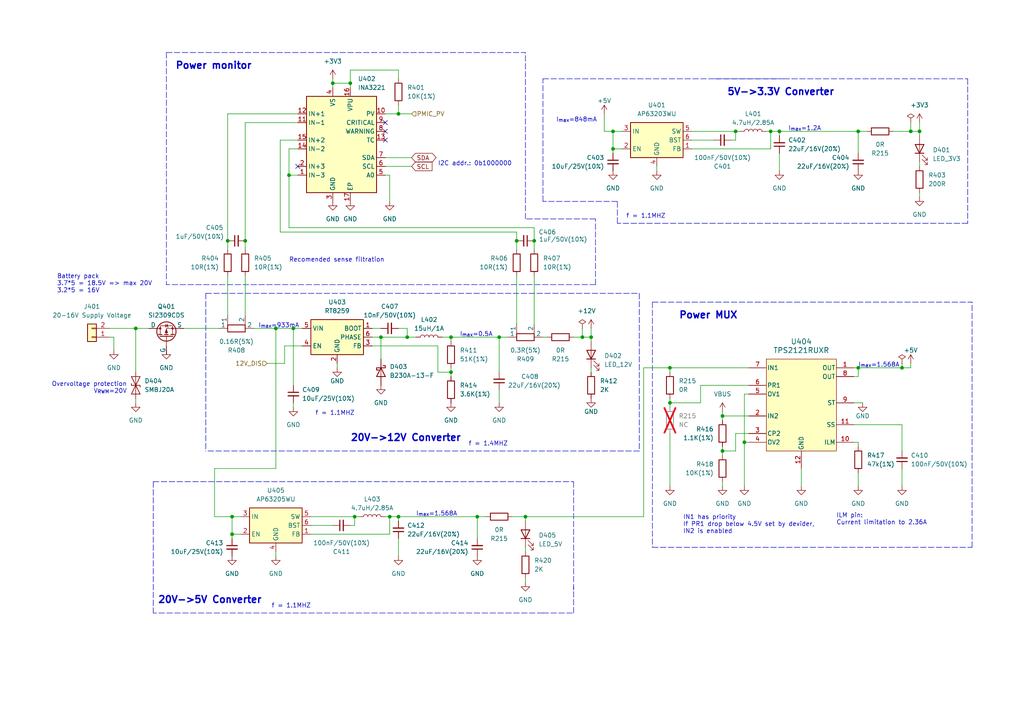
<source format=kicad_sch>
(kicad_sch (version 20230121) (generator eeschema)
  (paper "A4")
  (title_block (title "Safety Ride Radar Sensor") (date "2023-11-18") (rev "Rev.: WIP") (company "ALPS Electric Czech, s.r.o.") (comment 1 "Designed by Martin Tavoda"))
  (lib_symbols
    (symbol "+3V3_2" (power) (pin_names (offset 0))
      (property "Value" "+3V3_2" (at 0 3.556 0))
      (symbol "+3V3_2_0_1"
        (polyline (pts (xy -0.762 1.27) (xy 0 2.54)))
        (polyline (pts (xy 0 0) (xy 0 2.54)))
        (polyline (pts (xy 0 2.54) (xy 0.762 1.27)))
      )
      (symbol "+3V3_2_1_1"
        (pin power_in line (at 0 0 90) (length 0) hide (name "+3V3") (number "1"))
      )
    )
    (symbol "Connector_Generic:Conn_01x02" (pin_names (offset 1.016) hide)
      (property "Reference" "J" (at 0 2.54 0))
      (property "Value" "Conn_01x02" (at 0 -5.08 0))
      (symbol "Conn_01x02_1_1"
        (rectangle (start -1.27 -2.413) (end 0 -2.667) (stroke (width 0.1524)))
        (rectangle (start -1.27 0.127) (end 0 -0.127) (stroke (width 0.1524)))
        (rectangle (start -1.27 1.27) (end 1.27 -3.81) (stroke (width 0.254)) (fill (type background)))
        (pin passive line (at -5.08 0 0) (length 3.81) (name "Pin_1") (number "1"))
        (pin passive line (at -5.08 -2.54 0) (length 3.81) (name "Pin_2") (number "2"))
      )
    )
    (symbol "Device:C_Small" (pin_numbers hide) (pin_names (offset 0.254) hide)
      (property "Reference" "C" (at 0.254 1.778 0))
      (property "Value" "C_Small" (at 0.254 -2.032 0))
      (symbol "C_Small_0_1"
        (polyline (pts (xy -1.524 -0.508) (xy 1.524 -0.508)) (stroke (width 0.3302)))
        (polyline (pts (xy -1.524 0.508) (xy 1.524 0.508)) (stroke (width 0.3048)))
      )
      (symbol "C_Small_1_1"
        (pin passive line (at 0 2.54 270) (length 2.032) (name "~") (number "1"))
        (pin passive line (at 0 -2.54 90) (length 2.032) (name "~") (number "2"))
      )
    )
    (symbol "Device:D_Schottky" (pin_numbers hide) (pin_names (offset 1.016) hide)
      (property "Reference" "D" (at 0 2.54 0))
      (property "Value" "D_Schottky" (at 0 -2.54 0))
      (symbol "D_Schottky_0_1"
        (polyline (pts (xy 1.27 0) (xy -1.27 0)))
        (polyline (pts (xy 1.27 1.27) (xy 1.27 -1.27) (xy -1.27 0) (xy 1.27 1.27)) (stroke (width 0.254)))
        (polyline (pts (xy -1.905 0.635) (xy -1.905 1.27) (xy -1.27 1.27) (xy -1.27 -1.27) (xy -0.635 -1.27) (xy -0.635 -0.635)) (stroke (width 0.254)))
      )
      (symbol "D_Schottky_1_1"
        (pin passive line (at -3.81 0 0) (length 2.54) (name "K") (number "1"))
        (pin passive line (at 3.81 0 180) (length 2.54) (name "A") (number "2"))
      )
    )
    (symbol "Device:L" (pin_numbers hide) (pin_names (offset 1.016) hide)
      (property "Reference" "L" (at -1.27 0 90))
      (property "Value" "L" (at 1.905 0 90))
      (symbol "L_0_1"
        (arc (start 0 -2.54) (mid 0.6323 -1.905) (end 0 -1.27))
        (arc (start 0 -1.27) (mid 0.6323 -0.635) (end 0 0))
        (arc (start 0 0) (mid 0.6323 0.635) (end 0 1.27))
        (arc (start 0 1.27) (mid 0.6323 1.905) (end 0 2.54))
      )
      (symbol "L_1_1"
        (pin passive line (at 0 3.81 270) (length 1.27) (name "1") (number "1"))
        (pin passive line (at 0 -3.81 90) (length 1.27) (name "2") (number "2"))
      )
    )
    (symbol "Device:LED" (pin_numbers hide) (pin_names (offset 1.016) hide)
      (property "Reference" "D" (at 0 2.54 0))
      (property "Value" "LED" (at 0 -2.54 0))
      (symbol "LED_0_1"
        (polyline (pts (xy -1.27 -1.27) (xy -1.27 1.27)) (stroke (width 0.254)))
        (polyline (pts (xy -1.27 0) (xy 1.27 0)))
        (polyline (pts (xy 1.27 -1.27) (xy 1.27 1.27) (xy -1.27 0) (xy 1.27 -1.27)) (stroke (width 0.254)))
        (polyline (pts (xy -3.048 -0.762) (xy -4.572 -2.286) (xy -3.81 -2.286) (xy -4.572 -2.286) (xy -4.572 -1.524)))
        (polyline (pts (xy -1.778 -0.762) (xy -3.302 -2.286) (xy -2.54 -2.286) (xy -3.302 -2.286) (xy -3.302 -1.524)))
      )
      (symbol "LED_1_1"
        (pin passive line (at -3.81 0 0) (length 2.54) (name "K") (number "1"))
        (pin passive line (at 3.81 0 180) (length 2.54) (name "A") (number "2"))
      )
    )
    (symbol "Device:R" (pin_numbers hide) (pin_names (offset 0))
      (property "Reference" "R" (at 2.032 0 90))
      (property "Value" "R" (at 0 0 90))
      (symbol "R_0_1"
        (rectangle (start -1.016 -2.54) (end 1.016 2.54) (stroke (width 0.254)))
      )
      (symbol "R_1_1"
        (pin passive line (at 0 3.81 270) (length 1.27) (name "~") (number "1"))
        (pin passive line (at 0 -3.81 90) (length 1.27) (name "~") (number "2"))
      )
    )
    (symbol "Diode:SD05_SOD323" (pin_numbers hide) (pin_names (offset 1.016) hide)
      (property "Reference" "D" (at 0 2.54 0))
      (property "Value" "SD05_SOD323" (at 0 -2.54 0))
      (symbol "SD05_SOD323_0_1"
        (polyline (pts (xy 1.27 0) (xy -1.27 0)))
        (polyline (pts (xy -2.54 -1.27) (xy 0 0) (xy -2.54 1.27) (xy -2.54 -1.27)) (stroke (width 0.2032)))
        (polyline (pts (xy 0.508 1.27) (xy 0 1.27) (xy 0 -1.27) (xy -0.508 -1.27)) (stroke (width 0.2032)))
        (polyline (pts (xy 2.54 1.27) (xy 2.54 -1.27) (xy 0 0) (xy 2.54 1.27)) (stroke (width 0.2032)))
      )
      (symbol "SD05_SOD323_1_1"
        (pin passive line (at -3.81 0 0) (length 2.54) (name "A1") (number "1"))
        (pin passive line (at 3.81 0 180) (length 2.54) (name "A2") (number "2"))
      )
    )
    (symbol "Power_Management:INA3221"
      (property "Reference" "U" (at -10.16 17.78 0))
      (property "Value" "INA3221" (at 5.08 17.78 0))
      (symbol "INA3221_0_1"
        (rectangle (start 10.16 -12.7) (end -10.16 15.24) (stroke (width 0.254)) (fill (type background)))
      )
      (symbol "INA3221_1_1"
        (pin input line (at -12.7 -7.62 0) (length 2.54) (name "IN-3") (number "1"))
        (pin open_collector line (at 12.7 10.16 180) (length 2.54) (name "PV") (number "10"))
        (pin input line (at -12.7 7.62 0) (length 2.54) (name "IN-1") (number "11"))
        (pin input line (at -12.7 10.16 0) (length 2.54) (name "IN+1") (number "12"))
        (pin open_collector line (at 12.7 2.54 180) (length 2.54) (name "TC") (number "13"))
        (pin input line (at -12.7 0 0) (length 2.54) (name "IN-2") (number "14"))
        (pin input line (at -12.7 2.54 0) (length 2.54) (name "IN+2") (number "15"))
        (pin power_in line (at 2.54 17.78 270) (length 2.54) (name "VPU") (number "16"))
        (pin passive line (at 2.54 -15.24 90) (length 2.54) (name "EP") (number "17"))
        (pin input line (at -12.7 -5.08 0) (length 2.54) (name "IN+3") (number "2"))
        (pin power_in line (at -2.54 -15.24 90) (length 2.54) (name "GND") (number "3"))
        (pin power_in line (at -2.54 17.78 270) (length 2.54) (name "VS") (number "4"))
        (pin input line (at 12.7 -7.62 180) (length 2.54) (name "A0") (number "5"))
        (pin input line (at 12.7 -5.08 180) (length 2.54) (name "SCL") (number "6"))
        (pin bidirectional line (at 12.7 -2.54 180) (length 2.54) (name "SDA") (number "7"))
        (pin open_collector line (at 12.7 5.08 180) (length 2.54) (name "WARNING") (number "8"))
        (pin open_collector line (at 12.7 7.62 180) (length 2.54) (name "CRITICAL") (number "9"))
      )
    )
    (symbol "R_Shunt_1" (pin_numbers hide) (pin_names (offset 0))
      (property "Reference" "R405" (at -6.35 0 90))
      (property "Value" "R_Shunt" (at -3.81 0 90))
      (symbol "R_Shunt_1_0_1"
        (rectangle (start -1.016 -2.54) (end 1.016 2.54) (stroke (width 0.254)))
        (polyline (pts (xy 0 -2.54) (xy 1.27 -2.54)))
        (polyline (pts (xy 1.27 2.54) (xy 0 2.54)))
      )
      (symbol "R_Shunt_1_1_1"
        (pin passive line (at 0 5.08 270) (length 2.54) (name "1") (number "1"))
        (pin passive line (at 3.81 2.54 180) (length 2.54) (name "1") (number "1"))
        (pin passive line (at 0 -5.08 90) (length 2.54) (name "2") (number "2"))
        (pin passive line (at 3.81 -2.54 180) (length 2.54) (name "2") (number "2"))
      )
    )
    (symbol "R_Shunt_2" (pin_numbers hide) (pin_names (offset 0))
      (property "Reference" "R406" (at -6.35 0 90))
      (property "Value" "0.16R(5%)" (at -3.81 0 90))
      (symbol "R_Shunt_2_0_1"
        (rectangle (start -1.016 -2.54) (end 1.016 2.54) (stroke (width 0.254)))
        (polyline (pts (xy 0 -2.54) (xy 1.27 -2.54)))
        (polyline (pts (xy 1.27 2.54) (xy 0 2.54)))
      )
      (symbol "R_Shunt_2_1_1"
        (pin passive line (at 0 5.08 270) (length 2.54) (name "1") (number "1"))
        (pin passive line (at 3.81 2.54 180) (length 2.54) (name "1") (number "1"))
        (pin passive line (at 0 -5.08 90) (length 2.54) (name "2") (number "2"))
        (pin passive line (at 3.81 -2.54 180) (length 2.54) (name "2") (number "2"))
      )
    )
    (symbol "Regulator_Switching:AP63205WU"
      (property "Reference" "U" (at -7.62 6.35 0))
      (property "Value" "AP63205WU" (at 2.54 6.35 0))
      (symbol "AP63205WU_0_1"
        (rectangle (start -7.62 5.08) (end 7.62 -5.08) (stroke (width 0.254)) (fill (type background)))
      )
      (symbol "AP63205WU_1_1"
        (pin input line (at 10.16 -2.54 180) (length 2.54) (name "FB") (number "1"))
        (pin input line (at -10.16 -2.54 0) (length 2.54) (name "EN") (number "2"))
        (pin power_in line (at -10.16 2.54 0) (length 2.54) (name "IN") (number "3"))
        (pin power_in line (at 0 -7.62 90) (length 2.54) (name "GND") (number "4"))
        (pin output line (at 10.16 2.54 180) (length 2.54) (name "SW") (number "5"))
        (pin passive line (at 10.16 0 180) (length 2.54) (name "BST") (number "6"))
      )
    )
    (symbol "Regulator_Switching:RT8259"
      (property "Reference" "U401" (at 0 10.16 0))
      (property "Value" "RT8259" (at 0 7.62 0))
      (symbol "RT8259_0_1"
        (rectangle (start -7.62 5.08) (end 7.62 -5.08) (stroke (width 0.254)) (fill (type background)))
      )
      (symbol "RT8259_1_1"
        (pin input line (at 10.16 2.54 180) (length 2.54) (name "BOOT") (number "1"))
        (pin power_in line (at 0 -7.62 90) (length 2.54) (name "GND") (number "2"))
        (pin input line (at 10.16 -2.54 180) (length 2.54) (name "FB") (number "3"))
        (pin input line (at -10.16 -2.54 0) (length 2.54) (name "EN") (number "4"))
        (pin power_in line (at -10.16 2.54 0) (length 2.54) (name "VIN") (number "5"))
        (pin output line (at 10.16 0 180) (length 2.54) (name "PHASE") (number "6"))
      )
    )
    (symbol "Simulation_SPICE:PMOS" (pin_numbers hide) (pin_names (offset 0))
      (property "Reference" "Q" (at 5.08 1.27 0))
      (property "Value" "PMOS" (at 5.08 -1.27 0))
      (symbol "PMOS_0_1"
        (polyline (pts (xy 0.254 0) (xy -2.54 0)))
        (polyline (pts (xy 0.254 1.905) (xy 0.254 -1.905)) (stroke (width 0.254)))
        (polyline (pts (xy 0.762 -1.27) (xy 0.762 -2.286)) (stroke (width 0.254)))
        (polyline (pts (xy 0.762 0.508) (xy 0.762 -0.508)) (stroke (width 0.254)))
        (polyline (pts (xy 0.762 2.286) (xy 0.762 1.27)) (stroke (width 0.254)))
        (polyline (pts (xy 2.54 2.54) (xy 2.54 1.778)))
        (polyline (pts (xy 2.54 -2.54) (xy 2.54 0) (xy 0.762 0)))
        (polyline (pts (xy 0.762 1.778) (xy 3.302 1.778) (xy 3.302 -1.778) (xy 0.762 -1.778)))
        (polyline (pts (xy 2.286 0) (xy 1.27 0.381) (xy 1.27 -0.381) (xy 2.286 0)) (fill (type outline)))
        (polyline (pts (xy 2.794 -0.508) (xy 2.921 -0.381) (xy 3.683 -0.381) (xy 3.81 -0.254)))
        (polyline (pts (xy 3.302 -0.381) (xy 2.921 0.254) (xy 3.683 0.254) (xy 3.302 -0.381)))
        (circle (center 1.651 0) (radius 2.794) (stroke (width 0.254)))
        (circle (center 2.54 -1.778) (radius 0.254) (fill (type outline)))
        (circle (center 2.54 1.778) (radius 0.254) (fill (type outline)))
      )
      (symbol "PMOS_1_1"
        (pin passive line (at 2.54 5.08 270) (length 2.54) (name "D") (number "1"))
        (pin input line (at -5.08 0 0) (length 2.54) (name "G") (number "2"))
        (pin passive line (at 2.54 -5.08 90) (length 2.54) (name "S") (number "3"))
      )
    )
    (symbol "TPS2121:TPS2121RUXR" (pin_names (offset 0.254))
      (property "Reference" "U404" (at 0 27.94 0))
      (property "Value" "TPS2121RUXR" (at 0 25.4 0))
      (symbol "TPS2121RUXR_0_1"
        (pin power_in line (at 15.24 20.32 180) (length 5.08) (name "OUT") (number "1"))
        (pin bidirectional line (at 15.24 -1.27 180) (length 5.08) (name "ILM") (number "10"))
        (pin bidirectional line (at 15.24 3.81 180) (length 5.08) (name "SS") (number "11"))
        (pin power_in line (at 0 -8.89 90) (length 5.08) (name "GND") (number "12"))
        (pin power_in line (at -15.24 6.35 0) (length 5.08) (name "IN2") (number "2"))
        (pin input line (at -15.24 1.27 0) (length 5.08) (name "CP2") (number "3"))
        (pin input line (at -15.24 -1.27 0) (length 5.08) (name "OV2") (number "4"))
        (pin input line (at -15.24 12.7 0) (length 5.08) (name "OV1") (number "5"))
        (pin input line (at -15.24 15.24 0) (length 5.08) (name "PR1") (number "6"))
        (pin power_in line (at -15.24 20.32 0) (length 5.08) (name "IN1") (number "7"))
        (pin power_in line (at 15.24 17.78 180) (length 5.08) (name "OUT") (number "8"))
        (pin output line (at 15.24 10.16 180) (length 5.08) (name "ST") (number "9"))
      )
      (symbol "TPS2121RUXR_1_1"
        (rectangle (start -10.16 22.86) (end 10.16 -3.81) (fill (type background)))
      )
    )
    (symbol "power:+12V" (power) (pin_names (offset 0))
      (property "Value" "+12V" (at 0 3.556 0))
      (symbol "+12V_0_1"
        (polyline (pts (xy -0.762 1.27) (xy 0 2.54)))
        (polyline (pts (xy 0 0) (xy 0 2.54)))
        (polyline (pts (xy 0 2.54) (xy 0.762 1.27)))
      )
      (symbol "+12V_1_1"
        (pin power_in line (at 0 0 90) (length 0) hide (name "+12V") (number "1"))
      )
    )
    (symbol "power:+3V3" (power) (pin_names (offset 0))
      (property "Value" "+3V3" (at 0 3.556 0))
      (symbol "+3V3_0_1"
        (polyline (pts (xy -0.762 1.27) (xy 0 2.54)))
        (polyline (pts (xy 0 0) (xy 0 2.54)))
        (polyline (pts (xy 0 2.54) (xy 0.762 1.27)))
      )
      (symbol "+3V3_1_1"
        (pin power_in line (at 0 0 90) (length 0) hide (name "+3V3") (number "1"))
      )
    )
    (symbol "power:+5V" (power) (pin_names (offset 0))
      (property "Value" "+5V" (at 0 3.556 0))
      (symbol "+5V_0_1"
        (polyline (pts (xy -0.762 1.27) (xy 0 2.54)))
        (polyline (pts (xy 0 0) (xy 0 2.54)))
        (polyline (pts (xy 0 2.54) (xy 0.762 1.27)))
      )
      (symbol "+5V_1_1"
        (pin power_in line (at 0 0 90) (length 0) hide (name "+5V") (number "1"))
      )
    )
    (symbol "power:GND" (power) (pin_names (offset 0))
      (property "Value" "GND" (at 0 -3.81 0))
      (symbol "GND_0_1"
        (polyline (pts (xy 0 0) (xy 0 -1.27) (xy 1.27 -1.27) (xy 0 -2.54) (xy -1.27 -1.27) (xy 0 -1.27)))
      )
      (symbol "GND_1_1"
        (pin power_in line (at 0 0 270) (length 0) hide (name "GND") (number "1"))
      )
    )
    (symbol "power:PWR_FLAG" (power) (pin_numbers hide) (pin_names (offset 0) hide)
      (property "Value" "PWR_FLAG" (at 0 3.81 0))
      (symbol "PWR_FLAG_0_0"
        (pin power_out line (at 0 0 90) (length 0) (name "pwr") (number "1"))
      )
      (symbol "PWR_FLAG_0_1"
        (polyline (pts (xy 0 0) (xy 0 1.27) (xy -1.016 1.905) (xy 0 2.54) (xy 1.016 1.905) (xy 0 1.27)))
      )
    )
    (symbol "power:VBUS" (power) (pin_names (offset 0))
      (property "Value" "VBUS" (at 0 3.81 0))
      (symbol "VBUS_0_1"
        (polyline (pts (xy -0.762 1.27) (xy 0 2.54)))
        (polyline (pts (xy 0 0) (xy 0 2.54)))
        (polyline (pts (xy 0 2.54) (xy 0.762 1.27)))
      )
      (symbol "VBUS_1_1"
        (pin power_in line (at 0 0 90) (length 0) hide (name "VBUS") (number "1"))
      )
    )
  )
  (junction (at 138.43 149.86))
  (junction (at 194.31 116.84))
  (junction (at 264.16 38.1))
  (junction (at 83.82 50.8))
  (junction (at 152.4 149.86))
  (junction (at 261.62 106.68))
  (junction (at 171.45 97.79))
  (junction (at 71.12 69.85))
  (junction (at 67.31 154.94))
  (junction (at 209.55 130.81))
  (junction (at 168.91 97.79))
  (junction (at 66.04 69.85))
  (junction (at 118.11 97.79))
  (junction (at 39.37 95.25))
  (junction (at 80.01 95.25))
  (junction (at 110.49 97.79))
  (junction (at 149.86 69.85))
  (junction (at 248.92 38.1))
  (junction (at 223.52 38.1))
  (junction (at 130.81 107.95))
  (junction (at 177.8 43.18))
  (junction (at 115.57 33.02))
  (junction (at 67.31 149.86))
  (junction (at 113.03 149.86))
  (junction (at 215.9 128.27))
  (junction (at 209.55 120.65))
  (junction (at 248.92 106.68))
  (junction (at 226.06 38.1))
  (junction (at 102.87 149.86))
  (junction (at 154.94 69.85))
  (junction (at 115.57 149.86))
  (junction (at 194.31 106.68))
  (junction (at 85.09 95.25))
  (junction (at 101.6 24.13))
  (junction (at 96.52 24.13))
  (junction (at 130.81 97.79))
  (junction (at 144.78 97.79))
  (junction (at 177.8 38.1))
  (junction (at 213.36 38.1))
  (junction (at 266.7 38.1))
  (no_connect (at 111.76 38.1))
  (no_connect (at 111.76 40.64))
  (no_connect (at 86.36 48.26))
  (no_connect (at 111.76 35.56))
  (wire (pts (xy 130.81 97.79) (xy 144.78 97.79)))
  (wire (pts (xy 67.31 149.86) (xy 67.31 154.94)))
  (wire (pts (xy 67.31 149.86) (xy 69.85 149.86)))
  (wire (pts (xy 194.31 106.68) (xy 194.31 107.95)))
  (wire (pts (xy 215.9 128.27) (xy 217.17 128.27)))
  (wire (pts (xy 264.16 105.41) (xy 264.16 106.68)))
  (wire (pts (xy 53.34 95.25) (xy 63.5 95.25)))
  (wire (pts (xy 115.57 33.02) (xy 119.38 33.02)))
  (wire (pts (xy 90.17 154.94) (xy 113.03 154.94)))
  (wire (pts (xy 73.66 95.25) (xy 80.01 95.25)))
  (wire (pts (xy 166.37 97.79) (xy 168.91 97.79)))
  (wire (pts (xy 71.12 80.01) (xy 71.12 91.44)))
  (wire (pts (xy 33.02 97.79) (xy 33.02 101.6)))
  (wire (pts (xy 90.17 149.86) (xy 102.87 149.86)))
  (polyline (pts (xy 59.69 85.09) (xy 59.69 130.81)) (stroke (width 0) (type dash)))
  (polyline (pts (xy 166.37 139.7) (xy 166.37 171.45)) (stroke (width 0) (type dash)))
  (wire (pts (xy 259.08 38.1) (xy 264.16 38.1)))
  (wire (pts (xy 66.04 80.01) (xy 66.04 91.44)))
  (wire (pts (xy 115.57 149.86) (xy 138.43 149.86)))
  (wire (pts (xy 113.03 149.86) (xy 111.76 149.86)))
  (wire (pts (xy 186.69 106.68) (xy 194.31 106.68)))
  (wire (pts (xy 96.52 22.86) (xy 96.52 24.13)))
  (wire (pts (xy 102.87 152.4) (xy 102.87 149.86)))
  (wire (pts (xy 67.31 154.94) (xy 67.31 156.21)))
  (wire (pts (xy 248.92 129.54) (xy 248.92 128.27)))
  (wire (pts (xy 261.62 130.81) (xy 261.62 123.19)))
  (wire (pts (xy 266.7 55.88) (xy 266.7 57.15)))
  (wire (pts (xy 248.92 140.97) (xy 248.92 137.16)))
  (wire (pts (xy 186.69 149.86) (xy 186.69 106.68)))
  (wire (pts (xy 261.62 140.97) (xy 261.62 135.89)))
  (wire (pts (xy 138.43 149.86) (xy 140.97 149.86)))
  (wire (pts (xy 130.81 106.68) (xy 130.81 107.95)))
  (polyline (pts (xy 157.48 58.42) (xy 157.48 22.86)) (stroke (width 0) (type dash)))
  (wire (pts (xy 144.78 116.84) (xy 144.78 113.03)))
  (polyline (pts (xy 227.33 22.86) (xy 207.01 22.86)) (stroke (width 0) (type dash)))
  (wire (pts (xy 226.06 38.1) (xy 223.52 38.1)))
  (polyline (pts (xy 157.48 22.86) (xy 226.06 22.86)) (stroke (width 0) (type dash)))
  (wire (pts (xy 111.76 50.8) (xy 113.03 50.8)))
  (wire (pts (xy 144.78 97.79) (xy 147.32 97.79)))
  (wire (pts (xy 203.2 111.76) (xy 217.17 111.76)))
  (wire (pts (xy 128.27 97.79) (xy 130.81 97.79)))
  (wire (pts (xy 168.91 97.79) (xy 171.45 97.79)))
  (wire (pts (xy 248.92 38.1) (xy 251.46 38.1)))
  (wire (pts (xy 118.11 95.25) (xy 115.57 95.25)))
  (wire (pts (xy 39.37 95.25) (xy 43.18 95.25)))
  (wire (pts (xy 175.26 38.1) (xy 177.8 38.1)))
  (wire (pts (xy 154.94 80.01) (xy 154.94 93.98)))
  (wire (pts (xy 31.75 97.79) (xy 33.02 97.79)))
  (polyline (pts (xy 44.45 139.7) (xy 166.37 139.7)) (stroke (width 0) (type dash)))
  (wire (pts (xy 67.31 154.94) (xy 69.85 154.94)))
  (wire (pts (xy 209.55 139.7) (xy 209.55 140.97)))
  (wire (pts (xy 148.59 149.86) (xy 152.4 149.86)))
  (wire (pts (xy 213.36 40.64) (xy 213.36 38.1)))
  (wire (pts (xy 111.76 48.26) (xy 119.38 48.26)))
  (wire (pts (xy 226.06 49.53) (xy 226.06 44.45)))
  (polyline (pts (xy 189.23 158.75) (xy 281.94 158.75)) (stroke (width 0) (type dash)))
  (polyline (pts (xy 185.42 85.09) (xy 185.42 130.81)) (stroke (width 0) (type dash)))
  (wire (pts (xy 226.06 38.1) (xy 226.06 39.37)))
  (wire (pts (xy 96.52 24.13) (xy 96.52 25.4)))
  (wire (pts (xy 247.65 116.84) (xy 250.19 116.84)))
  (wire (pts (xy 248.92 128.27) (xy 247.65 128.27)))
  (wire (pts (xy 39.37 115.57) (xy 39.37 116.84)))
  (wire (pts (xy 200.66 40.64) (xy 207.01 40.64)))
  (wire (pts (xy 66.04 72.39) (xy 66.04 69.85)))
  (wire (pts (xy 110.49 97.79) (xy 110.49 104.14)))
  (wire (pts (xy 138.43 156.21) (xy 138.43 149.86)))
  (wire (pts (xy 115.57 20.32) (xy 115.57 22.86)))
  (wire (pts (xy 149.86 80.01) (xy 149.86 93.98)))
  (polyline (pts (xy 44.45 139.7) (xy 44.45 177.8)) (stroke (width 0) (type dash)))
  (wire (pts (xy 118.11 97.79) (xy 118.11 95.25)))
  (polyline (pts (xy 179.07 64.77) (xy 179.07 58.42)) (stroke (width 0) (type dash)))
  (wire (pts (xy 48.26 101.6) (xy 48.26 102.87)))
  (wire (pts (xy 62.23 149.86) (xy 62.23 135.89)))
  (wire (pts (xy 39.37 95.25) (xy 39.37 107.95)))
  (wire (pts (xy 113.03 50.8) (xy 113.03 58.42)))
  (wire (pts (xy 152.4 167.64) (xy 152.4 168.91)))
  (wire (pts (xy 247.65 106.68) (xy 248.92 106.68)))
  (wire (pts (xy 130.81 97.79) (xy 130.81 99.06)))
  (wire (pts (xy 66.04 33.02) (xy 66.04 69.85)))
  (wire (pts (xy 213.36 125.73) (xy 213.36 130.81)))
  (wire (pts (xy 217.17 125.73) (xy 213.36 125.73)))
  (wire (pts (xy 77.47 105.41) (xy 82.55 105.41)))
  (wire (pts (xy 71.12 69.85) (xy 71.12 72.39)))
  (polyline (pts (xy 281.94 158.75) (xy 281.94 87.63)) (stroke (width 0) (type dash)))
  (polyline (pts (xy 172.72 82.55) (xy 48.26 82.55)) (stroke (width 0) (type dash)))
  (wire (pts (xy 209.55 129.54) (xy 209.55 130.81)))
  (wire (pts (xy 209.55 120.65) (xy 209.55 119.38)))
  (wire (pts (xy 115.57 149.86) (xy 113.03 149.86)))
  (wire (pts (xy 149.86 67.31) (xy 149.86 69.85)))
  (wire (pts (xy 152.4 158.75) (xy 152.4 160.02)))
  (wire (pts (xy 107.95 100.33) (xy 127 100.33)))
  (wire (pts (xy 83.82 43.18) (xy 83.82 50.8)))
  (wire (pts (xy 101.6 24.13) (xy 101.6 20.32)))
  (polyline (pts (xy 157.48 177.8) (xy 44.45 177.8)) (stroke (width 0) (type dash)))
  (wire (pts (xy 83.82 50.8) (xy 86.36 50.8)))
  (polyline (pts (xy 189.23 87.63) (xy 189.23 158.75)) (stroke (width 0) (type dash)))
  (wire (pts (xy 85.09 118.11) (xy 85.09 116.84)))
  (wire (pts (xy 107.95 97.79) (xy 110.49 97.79)))
  (polyline (pts (xy 227.33 22.86) (xy 280.67 22.86)) (stroke (width 0) (type dash)))
  (wire (pts (xy 200.66 43.18) (xy 223.52 43.18)))
  (wire (pts (xy 80.01 95.25) (xy 85.09 95.25)))
  (wire (pts (xy 71.12 35.56) (xy 71.12 69.85)))
  (wire (pts (xy 110.49 97.79) (xy 118.11 97.79)))
  (wire (pts (xy 213.36 38.1) (xy 214.63 38.1)))
  (polyline (pts (xy 166.37 177.8) (xy 166.37 170.18)) (stroke (width 0) (type dash)))
  (wire (pts (xy 266.7 38.1) (xy 264.16 38.1)))
  (wire (pts (xy 154.94 66.04) (xy 154.94 69.85)))
  (wire (pts (xy 83.82 50.8) (xy 83.82 66.04)))
  (wire (pts (xy 248.92 44.45) (xy 248.92 38.1)))
  (wire (pts (xy 177.8 43.18) (xy 177.8 44.45)))
  (wire (pts (xy 177.8 38.1) (xy 180.34 38.1)))
  (wire (pts (xy 80.01 95.25) (xy 80.01 135.89)))
  (wire (pts (xy 111.76 45.72) (xy 119.38 45.72)))
  (wire (pts (xy 190.5 49.53) (xy 190.5 48.26)))
  (wire (pts (xy 223.52 38.1) (xy 222.25 38.1)))
  (wire (pts (xy 194.31 125.73) (xy 194.31 140.97)))
  (polyline (pts (xy 48.26 15.24) (xy 152.4 15.24)) (stroke (width 0) (type dash)))
  (wire (pts (xy 80.01 161.29) (xy 80.01 160.02)))
  (wire (pts (xy 215.9 128.27) (xy 215.9 140.97)))
  (wire (pts (xy 115.57 149.86) (xy 115.57 151.13)))
  (wire (pts (xy 82.55 100.33) (xy 87.63 100.33)))
  (wire (pts (xy 171.45 95.25) (xy 171.45 97.79)))
  (polyline (pts (xy 172.72 82.55) (xy 172.72 63.5)) (stroke (width 0) (type dash)))
  (wire (pts (xy 115.57 161.29) (xy 115.57 156.21)))
  (wire (pts (xy 127 100.33) (xy 127 107.95)))
  (wire (pts (xy 149.86 69.85) (xy 149.86 72.39)))
  (wire (pts (xy 152.4 149.86) (xy 152.4 151.13)))
  (wire (pts (xy 81.28 67.31) (xy 149.86 67.31)))
  (wire (pts (xy 261.62 105.41) (xy 261.62 106.68)))
  (wire (pts (xy 111.76 33.02) (xy 115.57 33.02)))
  (wire (pts (xy 203.2 111.76) (xy 203.2 116.84)))
  (wire (pts (xy 232.41 140.97) (xy 232.41 135.89)))
  (wire (pts (xy 96.52 24.13) (xy 101.6 24.13)))
  (wire (pts (xy 266.7 38.1) (xy 266.7 39.37)))
  (wire (pts (xy 115.57 30.48) (xy 115.57 33.02)))
  (wire (pts (xy 86.36 40.64) (xy 81.28 40.64)))
  (wire (pts (xy 31.75 95.25) (xy 39.37 95.25)))
  (wire (pts (xy 264.16 35.56) (xy 264.16 38.1)))
  (polyline (pts (xy 280.67 22.86) (xy 280.67 64.77)) (stroke (width 0) (type dash)))
  (wire (pts (xy 194.31 106.68) (xy 217.17 106.68)))
  (polyline (pts (xy 185.42 130.81) (xy 59.69 130.81)) (stroke (width 0) (type dash)))
  (wire (pts (xy 177.8 43.18) (xy 180.34 43.18)))
  (wire (pts (xy 154.94 69.85) (xy 154.94 72.39)))
  (wire (pts (xy 171.45 106.68) (xy 171.45 107.95)))
  (wire (pts (xy 85.09 95.25) (xy 85.09 111.76)))
  (wire (pts (xy 90.17 152.4) (xy 96.52 152.4)))
  (wire (pts (xy 127 107.95) (xy 130.81 107.95)))
  (wire (pts (xy 247.65 109.22) (xy 248.92 109.22)))
  (wire (pts (xy 144.78 97.79) (xy 144.78 107.95)))
  (wire (pts (xy 118.11 97.79) (xy 120.65 97.79)))
  (wire (pts (xy 194.31 118.11) (xy 194.31 116.84)))
  (wire (pts (xy 66.04 33.02) (xy 86.36 33.02)))
  (polyline (pts (xy 157.48 177.8) (xy 166.37 177.8)) (stroke (width 0) (type dash)))
  (wire (pts (xy 175.26 33.02) (xy 175.26 38.1)))
  (wire (pts (xy 86.36 35.56) (xy 71.12 35.56)))
  (wire (pts (xy 209.55 130.81) (xy 209.55 132.08)))
  (polyline (pts (xy 59.69 85.09) (xy 185.42 85.09)) (stroke (width 0) (type dash)))
  (wire (pts (xy 248.92 106.68) (xy 248.92 109.22)))
  (wire (pts (xy 152.4 149.86) (xy 186.69 149.86)))
  (wire (pts (xy 223.52 43.18) (xy 223.52 38.1)))
  (wire (pts (xy 266.7 46.99) (xy 266.7 48.26)))
  (wire (pts (xy 261.62 123.19) (xy 247.65 123.19)))
  (wire (pts (xy 102.87 149.86) (xy 104.14 149.86)))
  (wire (pts (xy 87.63 95.25) (xy 85.09 95.25)))
  (wire (pts (xy 130.81 107.95) (xy 130.81 109.22)))
  (wire (pts (xy 194.31 115.57) (xy 194.31 116.84)))
  (wire (pts (xy 157.48 97.79) (xy 158.75 97.79)))
  (polyline (pts (xy 280.67 64.77) (xy 179.07 64.77)) (stroke (width 0) (type dash)))
  (wire (pts (xy 248.92 106.68) (xy 261.62 106.68)))
  (wire (pts (xy 101.6 20.32) (xy 115.57 20.32)))
  (wire (pts (xy 203.2 116.84) (xy 194.31 116.84)))
  (wire (pts (xy 83.82 66.04) (xy 154.94 66.04)))
  (wire (pts (xy 217.17 114.3) (xy 215.9 114.3)))
  (wire (pts (xy 261.62 106.68) (xy 264.16 106.68)))
  (polyline (pts (xy 48.26 15.24) (xy 48.26 82.55)) (stroke (width 0) (type dash)))
  (wire (pts (xy 266.7 35.56) (xy 266.7 38.1)))
  (wire (pts (xy 209.55 121.92) (xy 209.55 120.65)))
  (wire (pts (xy 168.91 95.25) (xy 168.91 97.79)))
  (wire (pts (xy 62.23 149.86) (xy 67.31 149.86)))
  (polyline (pts (xy 152.4 63.5) (xy 152.4 15.24)) (stroke (width 0) (type dash)))
  (wire (pts (xy 200.66 38.1) (xy 213.36 38.1)))
  (wire (pts (xy 62.23 135.89) (xy 80.01 135.89)))
  (wire (pts (xy 215.9 114.3) (xy 215.9 128.27)))
  (wire (pts (xy 113.03 154.94) (xy 113.03 149.86)))
  (wire (pts (xy 226.06 38.1) (xy 248.92 38.1)))
  (polyline (pts (xy 179.07 58.42) (xy 157.48 58.42)) (stroke (width 0) (type dash)))
  (wire (pts (xy 107.95 95.25) (xy 110.49 95.25)))
  (wire (pts (xy 101.6 152.4) (xy 102.87 152.4)))
  (wire (pts (xy 97.79 105.41) (xy 97.79 106.68)))
  (polyline (pts (xy 189.23 87.63) (xy 281.94 87.63)) (stroke (width 0) (type dash)))
  (wire (pts (xy 82.55 105.41) (xy 82.55 100.33)))
  (wire (pts (xy 177.8 38.1) (xy 177.8 43.18)))
  (wire (pts (xy 212.09 40.64) (xy 213.36 40.64)))
  (wire (pts (xy 209.55 120.65) (xy 217.17 120.65)))
  (wire (pts (xy 213.36 130.81) (xy 209.55 130.81)))
  (wire (pts (xy 171.45 97.79) (xy 171.45 99.06)))
  (wire (pts (xy 101.6 25.4) (xy 101.6 24.13)))
  (polyline (pts (xy 172.72 63.5) (xy 152.4 63.5)) (stroke (width 0) (type dash)))
  (wire (pts (xy 81.28 40.64) (xy 81.28 67.31)))
  (wire (pts (xy 86.36 43.18) (xy 83.82 43.18)))
  (text "20V->5V Converter" (at 45.72 175.26 0) (effects (font (size 2 2) (thickness 0.4) bold) (justify left bottom)))
  (text "20V->12V Converter" (at 101.6 128.27 0) (effects (font (size 2 2) (thickness 0.4) bold) (justify left bottom)))
  (text "Overvoltage protection\nV_{RWM}=20V" (at 36.83 114.3 0) (effects (font (size 1.27 1.27)) (justify right bottom)))
  (text "f = 1.4MHZ" (at 135.89 129.54 0) (effects (font (size 1.27 1.27)) (justify left bottom)))
  (text "Maximum electrical ratings:\nCP2102N 3V3 10mA (USB)\nESP32 3V3 500mA\nMPU 3V3 4mA\nD52 ANT 3V3 20mA\nIP101 PHY 3V3 500mA\nPMICs 3.3V 0.5mA + 0.4mA + 0.03mA + 0.3mA = 1.3mA\nRESERVE: 200mA\n3V3 1.23A = 4W -> (94%)@4.24W\n\nLEDs 5V 720mA = 3.6W + 4.24W -> (87%)@8.8592W\nRadar 12V 500mA = 6W -> (90%)@6.6W \n\n15.46W -> 	20V @ 773mA\n			16.5V @ 937mA\n\n\n" (at 300.99 58.42 0) (effects (font (size 1.27 1.27)) (justify left bottom)))
  (text "I_{max}=933mA" (at 74.93 95.25 0) (effects (font (size 1.27 1.27)) (justify left bottom)))
  (text "ILM pin:\nCurrent limitation to 2.36A" (at 242.57 152.4 0) (effects (font (size 1.27 1.27)) (justify left bottom)))
  (text "I2C addr.: 0b1000000\n" (at 127 48.26 0) (effects (font (size 1.27 1.27)) (justify left bottom)))
  (text "I_{max}=1.568A" (at 248.92 106.68 0) (effects (font (size 1.27 1.27)) (justify left bottom)))
  (text "5V->3.3V Converter" (at 210.82 27.94 0) (effects (font (size 2 2) (thickness 0.4) bold) (justify left bottom)))
  (text "Battery pack\n3.7*5 = 18.5V => max 20V\n3.2*5 = 16V\n" (at 16.51 85.09 0) (effects (font (size 1.27 1.27)) (justify left bottom)))
  (text "IN1 has priority\nIf PR1 drop below 4.5V set by devider, \nIN2 is enabled" (at 198.12 154.94 0) (effects (font (size 1.27 1.27)) (justify left bottom)))
  (text "I_{max}=848mA" (at 161.29 35.56 0) (effects (font (size 1.27 1.27)) (justify left bottom)))
  (text "I_{max}=1.568A" (at 120.65 149.86 0) (effects (font (size 1.27 1.27)) (justify left bottom)))
  (text "f = 1.1MHZ" (at 181.61 63.5 0) (effects (font (size 1.27 1.27)) (justify left bottom)))
  (text "Power monitor" (at 50.8 20.32 0) (effects (font (size 2 2) (thickness 0.4) bold) (justify left bottom)))
  (text "f = 1.1MHZ" (at 91.44 120.65 0) (effects (font (size 1.27 1.27)) (justify left bottom)))
  (text "f = 1.1MHZ" (at 78.74 176.53 0) (effects (font (size 1.27 1.27)) (justify left bottom)))
  (text "I_{max}=1.2A" (at 228.6 38.1 0) (effects (font (size 1.27 1.27)) (justify left bottom)))
  (text "Recomended sense filtration" (at 83.82 76.2 0) (effects (font (size 1.27 1.27)) (justify left bottom)))
  (text "I_{max}=0.5A" (at 133.35 97.79 0) (effects (font (size 1.27 1.27)) (justify left bottom)))
  (text "Power MUX" (at 196.85 92.71 0) (effects (font (size 2 2) (thickness 0.4) bold) (justify left bottom)))
  (global_label "SDA" (shape bidirectional) (at 119.38 45.72 0) (property "Intersheetrefs" "${INTERSHEET_REFS}" (effects hide)))
  (global_label "SCL" (shape input) (at 119.38 48.26 0) (property "Intersheetrefs" "${INTERSHEET_REFS}" (effects hide)))
  (hierarchical_label "12V_DIS" (shape input) (at 77.47 105.41 180))
  (hierarchical_label "PMIC_PV" (shape input) (at 119.38 33.02 0))
  (symbol (lib_id "Power_Management:INA3221") (at 99.06 43.18 0) (unit 1)
    (property "Reference" "U402" (at 103.7941 22.86 0) (effects (justify left)))
    (property "Value" "INA3221" (at 103.7941 25.4 0) (effects (justify left)))
    (property "Footprint" "Package_DFN_QFN:Texas_RGV_S-PVQFN-N16_EP2.1x2.1mm" (effects hide))
    (property "Datasheet" "http://www.ti.com/lit/ds/symlink/ina3221.pdf" (effects hide))
    (property "LCSC" "C181255" (effects hide))
  )
  (symbol (lib_id "Device:LED") (at 171.45 102.87 90) (unit 1)
    (property "Reference" "D402" (at 175.26 103.1875 90) (effects (justify right)))
    (property "Value" "LED_12V" (at 175.26 105.7275 90) (effects (justify right)))
    (property "Footprint" "LED_SMD:LED_0603_1608Metric" (effects hide))
    (property "Datasheet" "https://datasheet.lcsc.com/lcsc/1810231822_Lite-On-LTST-C193KFKT-5A_C284922.pdf" (effects hide))
    (property "LCSC" "C284922" (effects hide))
  )
  (symbol (lib_id "power:+3V3") (at 266.7 35.56 0) (unit 1)
    (property "Reference" "#PWR0403" (effects hide))
    (property "Value" "+3V3" (at 266.7 30.48 0))
  )
  (symbol (lib_id "Connector_Generic:Conn_01x02") (at 26.67 97.79 180) (unit 1)
    (property "Reference" "J401" (at 26.67 88.9 0))
    (property "Value" "20-16V Supply Voltage" (at 26.67 91.44 0))
  )
  (symbol (lib_id "power:GND") (at 144.78 116.84 0) (unit 1)
    (property "Reference" "#PWR0421" (effects hide))
    (property "Value" "GND" (at 144.78 121.92 0))
  )
  (symbol (lib_id "Device:R") (at 194.31 121.92 180) (unit 1) (dnp yes)
    (property "Reference" "R215" (at 196.85 120.65 0) (effects (justify right)))
    (property "Value" "NC" (at 196.85 123.19 0) (effects (justify right)))
    (property "Footprint" "Resistor_SMD:R_0805_2012Metric" (effects hide))
    (instances (project "CycloRadarDemoKit" (path "" (reference "R215") (unit 1)) (path "" (reference "R415") (unit 1))))
  )
  (symbol (lib_id "Device:R") (at 144.78 149.86 90) (unit 1)
    (property "Reference" "R215" (at 144.78 156.21 90))
    (property "Value" "0R" (at 144.78 153.67 90))
    (property "Footprint" "Resistor_SMD:R_0805_2012Metric" (effects hide))
    (property "LCSC" "C17477" (effects hide))
    (instances (project "CycloRadarDemoKit" (path "" (reference "R215") (unit 1)) (path "" (reference "R419") (unit 1))))
  )
  (symbol (lib_id "Device:C_Small") (at 68.58 69.85 90) (unit 1)
    (property "Reference" "C405" (at 62.23 66.04 90))
    (property "Value" "1uF/50V(10%)" (at 57.9361 68.5864 90))
    (property "Footprint" "Capacitor_SMD:C_0603_1608Metric" (effects hide))
    (property "LCSC" "C15849" (effects hide))
  )
  (symbol (lib_id "power:GND") (at 209.55 140.97 0) (unit 1)
    (property "Reference" "#PWR0429" (effects hide))
    (property "Value" "GND" (at 209.55 146.05 0))
  )
  (symbol (lib_id "power:GND") (at 97.79 106.68 0) (unit 1)
    (property "Reference" "#PWR0416" (effects hide))
    (property "Value" "GND" (at 97.79 110.49 0))
  )
  (symbol (lib_id "power:GND") (at 33.02 101.6 0) (unit 1)
    (property "Reference" "#PWR0413" (effects hide))
    (property "Value" "GND" (at 33.02 106.68 0))
  )
  (symbol (lib_id "power:+12V") (at 171.45 95.25 0) (unit 1)
    (property "Reference" "#PWR0412" (effects hide))
    (property "Value" "+12V" (at 170.18 90.17 0))
  )
  (symbol (lib_id "Simulation_SPICE:PMOS") (at 48.26 97.79 90) (unit 1)
    (property "Reference" "Q401" (at 48.26 88.9 90))
    (property "Value" "SI2309CDS" (at 48.26 91.44 90))
    (property "Footprint" "Package_TO_SOT_SMD:SOT-23" (effects hide))
    (property "Datasheet" "https://datasheet.lcsc.com/lcsc/2205241716_TECH-PUBLIC-SI2309CDS_C3021112.pdf" (effects hide))
    (property "Sim.Device" "PMOS" (effects hide))
    (property "Sim.Type" "VDMOS" (effects hide))
    (property "Sim.Pins" "1=D 2=G 3=S" (effects hide))
    (property "LCSC" "C3021112" (effects hide))
  )
  (symbol (lib_id "Device:R") (at 266.7 52.07 0) (unit 1)
    (property "Reference" "R403" (at 269.24 50.8 0) (effects (justify left)))
    (property "Value" "200R" (at 269.24 53.34 0) (effects (justify left)))
    (property "Footprint" "Resistor_SMD:R_0603_1608Metric" (effects hide))
    (property "LCSC" "C8218" (effects hide))
  )
  (symbol (lib_id "Regulator_Switching:RT8259") (at 97.79 97.79 0) (unit 1)
    (property "Reference" "U403" (at 97.79 87.63 0))
    (property "Value" "RT8259" (at 97.79 90.17 0))
    (property "Footprint" "Package_TO_SOT_SMD:TSOT-23-6" (effects hide))
    (property "Datasheet" "https://www.richtek.com/assets/product_file/RT8259/DS8259-03.pdf" (effects hide))
    (property "LCSC" "C425775" (effects hide))
  )
  (symbol (lib_id "Device:R") (at 66.04 76.2 0) (mirror y) (unit 1)
    (property "Reference" "R404" (at 63.5 74.93 0) (effects (justify left)))
    (property "Value" "10R(1%)" (at 63.5 77.47 0) (effects (justify left)))
    (property "Footprint" "Capacitor_SMD:C_0603_1608Metric" (effects hide))
    (property "LCSC" "C22859" (effects hide))
  )
  (symbol (lib_id "power:GND") (at 226.06 49.53 0) (unit 1)
    (property "Reference" "#PWR0406" (effects hide))
    (property "Value" "GND" (at 226.06 54.61 0))
  )
  (symbol (lib_id "power:GND") (at 250.19 116.84 0) (unit 1)
    (property "Reference" "#PWR0422" (effects hide))
    (property "Value" "GND" (at 250.19 120.65 0))
  )
  (symbol (lib_name "R_Shunt_2") (lib_id "Device:R_Shunt") (at 68.58 95.25 90) (unit 1)
    (property "Reference" "R408" (at 68.58 101.6 90))
    (property "Value" "0.16R(5%)" (at 68.58 99.06 90))
    (property "Footprint" "Resistor_SMD:R_1210_3225Metric" (effects hide))
    (property "Power" "500mW" (effects hide))
    (property "LCSC" "C175910" (effects hide))
  )
  (symbol (lib_id "power:GND") (at 96.52 58.42 0) (unit 1)
    (property "Reference" "#PWR0409" (effects hide))
    (property "Value" "GND" (at 96.52 63.5 0))
  )
  (symbol (lib_id "power:GND") (at 232.41 140.97 0) (unit 1)
    (property "Reference" "#PWR0425" (effects hide))
    (property "Value" "GND" (at 232.41 146.05 0))
  )
  (symbol (lib_id "Device:R") (at 130.81 102.87 0) (unit 1)
    (property "Reference" "R411" (at 133.35 101.6 0) (effects (justify left)))
    (property "Value" "51K(1%)" (at 133.35 104.14 0) (effects (justify left)))
    (property "Footprint" "Resistor_SMD:R_0603_1608Metric" (effects hide))
    (property "LCSC" "C23196" (effects hide))
  )
  (symbol (lib_id "Device:R") (at 149.86 76.2 0) (mirror y) (unit 1)
    (property "Reference" "R406" (at 147.32 74.93 0) (effects (justify left)))
    (property "Value" "10R(1%)" (at 147.32 77.47 0) (effects (justify left)))
    (property "Footprint" "Capacitor_SMD:C_0603_1608Metric" (effects hide))
    (property "LCSC" "C22859" (effects hide))
  )
  (symbol (lib_id "power:GND") (at 80.01 161.29 0) (unit 1)
    (property "Reference" "#PWR0432" (effects hide))
    (property "Value" "GND" (at 80.01 166.37 0))
  )
  (symbol (lib_id "power:GND") (at 266.7 57.15 0) (unit 1)
    (property "Reference" "#PWR0408" (effects hide))
    (property "Value" "GND" (at 266.7 62.23 0))
  )
  (symbol (lib_id "Device:R") (at 194.31 111.76 180) (unit 1)
    (property "Reference" "R215" (at 196.85 110.49 0) (effects (justify right)))
    (property "Value" "0R" (at 196.85 113.03 0) (effects (justify right)))
    (property "Footprint" "Resistor_SMD:R_0805_2012Metric" (effects hide))
    (property "LCSC" "C17477" (effects hide))
    (instances (project "CycloRadarDemoKit" (path "" (reference "R215") (unit 1)) (path "" (reference "R413") (unit 1))))
  )
  (symbol (lib_id "TPS2121:TPS2121RUXR") (at 232.41 127 0) (unit 1)
    (property "Reference" "U404" (at 232.41 99.06 0) (effects (font (size 1.524 1.524))))
    (property "Value" "TPS2121RUXR" (at 232.41 101.6 0) (effects (font (size 1.524 1.524))))
    (property "Footprint" "TPS2121:TPS2121" (effects hide))
    (property "Datasheet" "TPS2121RUXR" (effects hide))
    (property "LCSC" "C485916" (effects hide))
  )
  (symbol (lib_id "Device:C_Small") (at 209.55 40.64 90) (mirror x) (unit 1)
    (property "Reference" "C401" (at 209.55 48.26 90))
    (property "Value" "100nF/50V(10%)" (at 209.55 45.72 90))
    (property "Footprint" "Capacitor_SMD:C_0603_1608Metric" (effects hide))
    (property "LCSC" "C14663" (effects hide))
  )
  (symbol (lib_id "power:GND") (at 138.43 161.29 0) (mirror y) (unit 1)
    (property "Reference" "#PWR0434" (effects hide))
    (property "Value" "GND" (at 138.43 166.37 0))
  )
  (symbol (lib_id "power:+5V") (at 264.16 105.41 0) (unit 1)
    (property "Reference" "#PWR0415" (effects hide))
    (property "Value" "+5V" (at 264.16 101.6 0))
  )
  (symbol (lib_id "power:PWR_FLAG") (at 168.91 95.25 0) (unit 1)
    (property "Reference" "#FLG0402" (effects hide))
    (property "Value" "PWR_FLAG" (effects hide))
  )
  (symbol (lib_id "Device:C_Small") (at 261.62 133.35 180) (unit 1)
    (property "Reference" "C410" (at 264.16 132.0736 0) (effects (justify right)))
    (property "Value" "100nF/50V(10%)" (at 264.16 134.6136 0) (effects (justify right)))
    (property "Footprint" "Capacitor_SMD:C_0603_1608Metric" (effects hide))
    (property "LCSC" "C14663" (effects hide))
  )
  (symbol (lib_id "power:GND") (at 85.09 118.11 0) (unit 1)
    (property "Reference" "#PWR0423" (effects hide))
    (property "Value" "GND" (at 85.09 123.19 0))
  )
  (symbol (lib_id "power:GND") (at 48.26 101.6 0) (unit 1)
    (property "Reference" "#PWR0414" (effects hide))
    (property "Value" "GND" (at 48.26 106.68 0))
  )
  (symbol (lib_id "Device:LED") (at 266.7 43.18 90) (unit 1)
    (property "Reference" "D401" (at 270.51 43.4975 90) (effects (justify right)))
    (property "Value" "LED_3V3" (at 270.51 46.0375 90) (effects (justify right)))
    (property "Footprint" "LED_SMD:LED_0603_1608Metric" (effects hide))
    (property "LCSC" "C497937" (effects hide))
  )
  (symbol (lib_id "Device:C_Small") (at 248.92 46.99 0) (mirror x) (unit 1)
    (property "Reference" "C404" (at 246.38 45.72 0) (effects (justify right)))
    (property "Value" "22uF/16V(20%)" (at 246.38 48.2536 0) (effects (justify right)))
    (property "Footprint" "Capacitor_SMD:C_1206_3216Metric" (effects hide))
    (property "LCSC" "C87162" (effects hide))
  )
  (symbol (lib_name "+3V3_2") (lib_id "power:+3V3") (at 96.52 22.86 0) (unit 1)
    (property "Reference" "#PWR0216" (effects hide))
    (property "Value" "+3V3" (at 96.52 17.78 0))
    (instances (project "CycloRadarDemoKit" (path "" (reference "#PWR0216") (unit 1)) (path "" (reference "#PWR0401") (unit 1))))
  )
  (symbol (lib_id "Regulator_Switching:AP63205WU") (at 190.5 40.64 0) (unit 1)
    (property "Reference" "U401" (at 190.5 30.48 0))
    (property "Value" "AP63203WU" (at 190.5 33.02 0))
    (property "Footprint" "Package_TO_SOT_SMD:TSOT-23-6" (effects hide))
    (property "Datasheet" "https://www.diodes.com/assets/Datasheets/AP63200-AP63201-AP63203-AP63205.pdf" (effects hide))
    (property "LCSC" "C780769" (effects hide))
  )
  (symbol (lib_id "Device:R") (at 130.81 113.03 0) (unit 1)
    (property "Reference" "R414" (at 133.35 111.76 0) (effects (justify left)))
    (property "Value" "3.6K(1%)" (at 133.35 114.3 0) (effects (justify left)))
    (property "Footprint" "Resistor_SMD:R_0603_1608Metric" (effects hide))
    (property "LCSC" "C22980" (effects hide))
  )
  (symbol (lib_id "Device:C_Small") (at 113.03 95.25 90) (unit 1)
    (property "Reference" "C407" (at 113.03 88.9 90))
    (property "Value" "10nF/50V(10%)" (at 113.03 91.44 90))
    (property "Footprint" "Capacitor_SMD:C_0603_1608Metric" (effects hide))
    (property "LCSC" "C57112" (effects hide))
  )
  (symbol (lib_id "Device:R") (at 209.55 135.89 0) (unit 1)
    (property "Reference" "R418" (at 207.01 134.62 0) (effects (justify right)))
    (property "Value" "10K(1%)" (at 207.01 137.16 0) (effects (justify right)))
    (property "Footprint" "Resistor_SMD:R_0603_1608Metric" (effects hide))
    (property "LCSC" "C25804" (effects hide))
  )
  (symbol (lib_id "Device:R") (at 171.45 111.76 0) (unit 1)
    (property "Reference" "R412" (at 173.99 110.49 0) (effects (justify left)))
    (property "Value" "2K" (at 173.99 113.03 0) (effects (justify left)))
    (property "Footprint" "Resistor_SMD:R_0603_1608Metric" (effects hide))
    (property "LCSC" "C22764" (effects hide))
  )
  (symbol (lib_id "Device:C_Small") (at 115.57 153.67 180) (unit 1)
    (property "Reference" "C412" (at 118.11 152.4 0) (effects (justify right)))
    (property "Value" "22uF/16V(20%)" (at 118.11 154.9336 0) (effects (justify right)))
    (property "Footprint" "Capacitor_SMD:C_1206_3216Metric" (effects hide))
    (property "LCSC" "C87162" (effects hide))
  )
  (symbol (lib_id "Device:R") (at 162.56 97.79 90) (unit 1)
    (property "Reference" "R215" (at 162.56 104.14 90))
    (property "Value" "0R" (at 162.56 101.6 90))
    (property "Footprint" "Resistor_SMD:R_0805_2012Metric" (effects hide))
    (property "LCSC" "C17477" (effects hide))
    (instances (project "CycloRadarDemoKit" (path "" (reference "R215") (unit 1)) (path "" (reference "R410") (unit 1))))
  )
  (symbol (lib_id "Device:R") (at 248.92 133.35 0) (unit 1)
    (property "Reference" "R417" (at 251.46 132.08 0) (effects (justify left)))
    (property "Value" "47k(1%)" (at 251.46 134.62 0) (effects (justify left)))
    (property "Footprint" "Resistor_SMD:R_0603_1608Metric" (effects hide))
    (property "LCSC" "C25819" (effects hide))
  )
  (symbol (lib_id "Regulator_Switching:AP63205WU") (at 80.01 152.4 0) (unit 1)
    (property "Reference" "U405" (at 80.01 142.24 0))
    (property "Value" "AP63205WU" (at 80.01 144.78 0))
    (property "Footprint" "Package_TO_SOT_SMD:TSOT-23-6" (effects hide))
    (property "Datasheet" "https://www.diodes.com/assets/Datasheets/AP63200-AP63201-AP63203-AP63205.pdf" (effects hide))
    (property "LCSC" "C2071056" (effects hide))
  )
  (symbol (lib_id "power:GND") (at 130.81 116.84 0) (unit 1)
    (property "Reference" "#PWR0420" (effects hide))
    (property "Value" "GND" (at 130.81 121.92 0))
  )
  (symbol (lib_id "power:+5V") (at 175.26 33.02 0) (unit 1)
    (property "Reference" "#PWR0402" (effects hide))
    (property "Value" "+5V" (at 175.26 29.21 0))
  )
  (symbol (lib_id "Device:C_Small") (at 138.43 158.75 0) (mirror x) (unit 1)
    (property "Reference" "C414" (at 135.89 157.48 0) (effects (justify right)))
    (property "Value" "22uF/16V(20%)" (at 135.89 160.0136 0) (effects (justify right)))
    (property "Footprint" "Capacitor_SMD:C_1206_3216Metric" (effects hide))
    (property "LCSC" "C87162" (effects hide))
  )
  (symbol (lib_id "Device:C_Small") (at 144.78 110.49 180) (unit 1)
    (property "Reference" "C408" (at 151.13 109.2136 0) (effects (justify right)))
    (property "Value" "22uF/16V(20%)" (at 147.32 111.7536 0) (effects (justify right)))
    (property "Footprint" "Capacitor_SMD:C_1206_3216Metric" (effects hide))
    (property "LCSC" "C87162" (effects hide))
  )
  (symbol (lib_id "Device:C_Small") (at 85.09 114.3 0) (unit 1)
    (property "Reference" "C409" (at 87.63 113.0363 0) (effects (justify left)))
    (property "Value" "10uF/25V(10%)" (at 87.63 115.5763 0) (effects (justify left)))
    (property "Footprint" "Capacitor_SMD:C_1206_3216Metric" (effects hide))
    (property "LCSC" "C77090" (effects hide))
  )
  (symbol (lib_id "Device:C_Small") (at 152.4 69.85 270) (mirror x) (unit 1)
    (property "Reference" "C406" (at 158.75 67.31 90))
    (property "Value" "1uF/50V(10%)" (at 163.3426 69.4179 90))
    (property "Footprint" "Capacitor_SMD:C_0603_1608Metric" (effects hide))
    (property "LCSC" "C15849" (effects hide))
  )
  (symbol (lib_id "Device:LED") (at 152.4 154.94 90) (unit 1)
    (property "Reference" "D405" (at 156.21 155.2575 90) (effects (justify right)))
    (property "Value" "LED_5V" (at 156.21 157.7975 90) (effects (justify right)))
    (property "Footprint" "LED_SMD:LED_0603_1608Metric" (effects hide))
    (property "LCSC" "C87326" (effects hide))
  )
  (symbol (lib_id "power:PWR_FLAG") (at 261.62 105.41 0) (unit 1)
    (property "Reference" "#FLG0403" (effects hide))
    (property "Value" "PWR_FLAG" (effects hide))
  )
  (symbol (lib_id "power:VBUS") (at 209.55 119.38 0) (unit 1)
    (property "Reference" "#PWR0424" (effects hide))
    (property "Value" "VBUS" (at 209.55 114.3 0))
  )
  (symbol (lib_id "power:GND") (at 177.8 49.53 0) (unit 1)
    (property "Reference" "#PWR0404" (effects hide))
    (property "Value" "GND" (at 177.8 54.61 0))
  )
  (symbol (lib_name "R_Shunt_1") (lib_id "Device:R_Shunt") (at 152.4 97.79 90) (unit 1)
    (property "Reference" "R409" (at 152.4 104.14 90))
    (property "Value" "0.3R(5%)" (at 152.4 101.6 90))
    (property "Footprint" "Resistor_SMD:R_0805_2012Metric" (effects hide))
    (property "Power" "125mW" (effects hide))
    (property "LCSC" "C175747" (effects hide))
  )
  (symbol (lib_id "Device:C_Small") (at 67.31 158.75 0) (mirror y) (unit 1)
    (property "Reference" "C413" (at 64.77 157.4863 0) (effects (justify left)))
    (property "Value" "10uF/25V(10%)" (at 64.77 160.0263 0) (effects (justify left)))
    (property "Footprint" "Capacitor_SMD:C_1206_3216Metric" (effects hide))
    (property "LCSC" "C77090" (effects hide))
  )
  (symbol (lib_id "Device:R") (at 152.4 163.83 0) (unit 1)
    (property "Reference" "R420" (at 154.94 162.56 0) (effects (justify left)))
    (property "Value" "2K" (at 154.94 165.1 0) (effects (justify left)))
    (property "Footprint" "Resistor_SMD:R_0603_1608Metric" (effects hide))
    (property "LCSC" "C22764" (effects hide))
  )
  (symbol (lib_id "power:GND") (at 115.57 161.29 0) (unit 1)
    (property "Reference" "#PWR0433" (effects hide))
    (property "Value" "GND" (at 115.57 166.37 0))
  )
  (symbol (lib_id "power:GND") (at 261.62 140.97 0) (unit 1)
    (property "Reference" "#PWR0427" (effects hide))
    (property "Value" "GND" (at 261.62 146.05 0))
  )
  (symbol (lib_id "power:GND") (at 39.37 116.84 0) (unit 1)
    (property "Reference" "#PWR0419" (effects hide))
    (property "Value" "GND" (at 39.37 121.92 0))
  )
  (symbol (lib_id "power:GND") (at 190.5 49.53 0) (unit 1)
    (property "Reference" "#PWR0405" (effects hide))
    (property "Value" "GND" (at 190.5 54.61 0))
  )
  (symbol (lib_id "power:GND") (at 152.4 168.91 0) (unit 1)
    (property "Reference" "#PWR0435" (effects hide))
    (property "Value" "GND" (at 152.4 173.99 0))
  )
  (symbol (lib_id "power:GND") (at 67.31 161.29 0) (unit 1)
    (property "Reference" "#PWR0431" (effects hide))
    (property "Value" "GND" (at 67.31 166.37 0))
  )
  (symbol (lib_id "power:GND") (at 248.92 140.97 0) (unit 1)
    (property "Reference" "#PWR0426" (effects hide))
    (property "Value" "GND" (at 248.92 146.05 0))
  )
  (symbol (lib_id "Device:L") (at 107.95 149.86 90) (unit 1)
    (property "Reference" "L403" (at 107.95 144.78 90))
    (property "Value" "4.7uH/2.85A" (at 107.95 147.32 90))
    (property "Footprint" "Inductor_SMD:L_Sunlord_SWPA4020S" (effects hide))
    (property "Datasheet" "https://datasheet.lcsc.com/lcsc/2310251551_Sunlord-WPN4020H4R7MT_C98363.pdf" (effects hide))
    (property "LCSC" "C98363" (effects hide))
    (property "Name" "WPN4020H4R7MT" (effects hide))
  )
  (symbol (lib_id "power:GND") (at 215.9 140.97 0) (unit 1)
    (property "Reference" "#PWR0430" (effects hide))
    (property "Value" "GND" (at 215.9 146.05 0))
  )
  (symbol (lib_id "Device:L") (at 124.46 97.79 90) (unit 1)
    (property "Reference" "L402" (at 124.46 92.71 90))
    (property "Value" "15uH/1A" (at 124.46 95.25 90))
    (property "Footprint" "Inductor_SMD:L_Changjiang_FNR4018S" (effects hide))
    (property "LCSC" "C167809" (effects hide))
  )
  (symbol (lib_id "power:PWR_FLAG") (at 264.16 35.56 0) (unit 1)
    (property "Reference" "#FLG0401" (effects hide))
    (property "Value" "PWR_FLAG" (effects hide))
  )
  (symbol (lib_id "power:GND") (at 194.31 140.97 0) (unit 1)
    (property "Reference" "#PWR0428" (effects hide))
    (property "Value" "GND" (at 194.31 146.05 0))
  )
  (symbol (lib_id "Device:R") (at 255.27 38.1 90) (unit 1)
    (property "Reference" "R215" (at 255.27 44.45 90))
    (property "Value" "0R" (at 255.27 41.91 90))
    (property "Footprint" "Resistor_SMD:R_0805_2012Metric" (effects hide))
    (property "LCSC" "C17477" (effects hide))
    (instances (project "CycloRadarDemoKit" (path "" (reference "R215") (unit 1)) (path "" (reference "R402") (unit 1))))
  )
  (symbol (lib_id "power:GND") (at 248.92 49.53 0) (mirror y) (unit 1)
    (property "Reference" "#PWR0407" (effects hide))
    (property "Value" "GND" (at 248.92 54.61 0))
  )
  (symbol (lib_id "Device:R") (at 154.94 76.2 0) (unit 1)
    (property "Reference" "R407" (at 157.48 74.93 0) (effects (justify left)))
    (property "Value" "10R(1%)" (at 157.48 77.47 0) (effects (justify left)))
    (property "Footprint" "Capacitor_SMD:C_0603_1608Metric" (effects hide))
    (property "LCSC" "C22859" (effects hide))
  )
  (symbol (lib_id "power:GND") (at 113.03 58.42 0) (unit 1)
    (property "Reference" "#PWR0411" (effects hide))
    (property "Value" "GND" (at 113.03 63.5 0))
  )
  (symbol (lib_id "Device:C_Small") (at 177.8 46.99 0) (mirror y) (unit 1)
    (property "Reference" "C403" (at 175.26 45.7263 0) (effects (justify left)))
    (property "Value" "10uF/25V(10%)" (at 175.26 48.2663 0) (effects (justify left)))
    (property "Footprint" "Capacitor_SMD:C_1206_3216Metric" (effects hide))
    (property "LCSC" "C77090" (effects hide))
  )
  (symbol (lib_id "Device:R") (at 209.55 125.73 0) (unit 1)
    (property "Reference" "R416" (at 207.01 124.46 0) (effects (justify right)))
    (property "Value" "1.1K(1%)" (at 207.01 127 0) (effects (justify right)))
    (property "Footprint" "Resistor_SMD:R_0603_1608Metric" (effects hide))
    (property "LCSC" "C22764" (effects hide))
  )
  (symbol (lib_id "Device:C_Small") (at 226.06 41.91 180) (unit 1)
    (property "Reference" "C402" (at 228.6 40.64 0) (effects (justify right)))
    (property "Value" "22uF/16V(20%)" (at 228.6 43.1736 0) (effects (justify right)))
    (property "Footprint" "Capacitor_SMD:C_1206_3216Metric" (effects hide))
    (property "LCSC" "C87162" (effects hide))
  )
  (symbol (lib_id "power:GND") (at 110.49 111.76 0) (unit 1)
    (property "Reference" "#PWR0417" (effects hide))
    (property "Value" "GND" (at 110.49 116.84 0))
  )
  (symbol (lib_id "Device:R") (at 71.12 76.2 0) (unit 1)
    (property "Reference" "R405" (at 73.66 74.93 0) (effects (justify left)))
    (property "Value" "10R(1%)" (at 73.66 77.47 0) (effects (justify left)))
    (property "Footprint" "Capacitor_SMD:C_0603_1608Metric" (effects hide))
    (property "LCSC" "C22859" (effects hide))
  )
  (symbol (lib_id "Diode:SD05_SOD323") (at 39.37 111.76 90) (unit 1)
    (property "Reference" "D404" (at 41.91 110.49 90) (effects (justify right)))
    (property "Value" "SMBJ20A" (at 41.91 113.03 90) (effects (justify right)))
    (property "Footprint" "Diode_SMD:D_SMB" (effects hide))
    (property "Datasheet" "https://datasheet.lcsc.com/lcsc/2204251600_UMW-Youtai-Semiconductor-Co---Ltd--SMBJ20A_C3001979.pdf" (effects hide))
    (property "LCSC" "C3001979" (effects hide))
  )
  (symbol (lib_id "Device:R") (at 115.57 26.67 0) (unit 1)
    (property "Reference" "R401" (at 118.11 25.4 0) (effects (justify left)))
    (property "Value" "10K(1%)" (at 118.11 27.94 0) (effects (justify left)))
    (property "Footprint" "Resistor_SMD:R_0603_1608Metric" (effects hide))
    (property "LCSC" "C25804" (effects hide))
  )
  (symbol (lib_id "power:GND") (at 101.6 58.42 0) (unit 1)
    (property "Reference" "#PWR0410" (effects hide))
    (property "Value" "GND" (at 101.6 63.5 0))
  )
  (symbol (lib_id "power:GND") (at 171.45 115.57 0) (unit 1)
    (property "Reference" "#PWR0418" (effects hide))
    (property "Value" "GND" (at 171.45 119.38 0))
  )
  (symbol (lib_id "Device:D_Schottky") (at 110.49 107.95 270) (unit 1)
    (property "Reference" "D403" (at 113.03 106.3625 90) (effects (justify left)))
    (property "Value" "B230A-13-F" (at 113.03 108.9025 90) (effects (justify left)))
    (property "Footprint" "Diode_SMD:D_SMA" (effects hide))
    (property "Datasheet" "https://datasheet.lcsc.com/lcsc/2304140030_Diodes-Incorporated-B230A-13-F_C12889.pdf" (effects hide))
    (property "LCSC" "C12889" (effects hide))
  )
  (symbol (lib_id "Device:L") (at 218.44 38.1 90) (unit 1)
    (property "Reference" "L401" (at 218.44 33.02 90))
    (property "Value" "4.7uH/2.85A" (at 218.44 35.56 90))
    (property "Footprint" "Inductor_SMD:L_Sunlord_SWPA4020S" (effects hide))
    (property "Datasheet" "https://datasheet.lcsc.com/lcsc/2310251551_Sunlord-WPN4020H4R7MT_C98363.pdf" (effects hide))
    (property "LCSC" "C98363" (effects hide))
    (property "Name" "WPN4020H4R7MT" (effects hide))
  )
  (symbol (lib_id "Device:C_Small") (at 99.06 152.4 90) (mirror x) (unit 1)
    (property "Reference" "C411" (at 99.06 160.02 90))
    (property "Value" "100nF/50V(10%)" (at 99.06 157.48 90))
    (property "Footprint" "Capacitor_SMD:C_0603_1608Metric" (effects hide))
    (property "LCSC" "C14663" (effects hide))
  )
)
</source>
